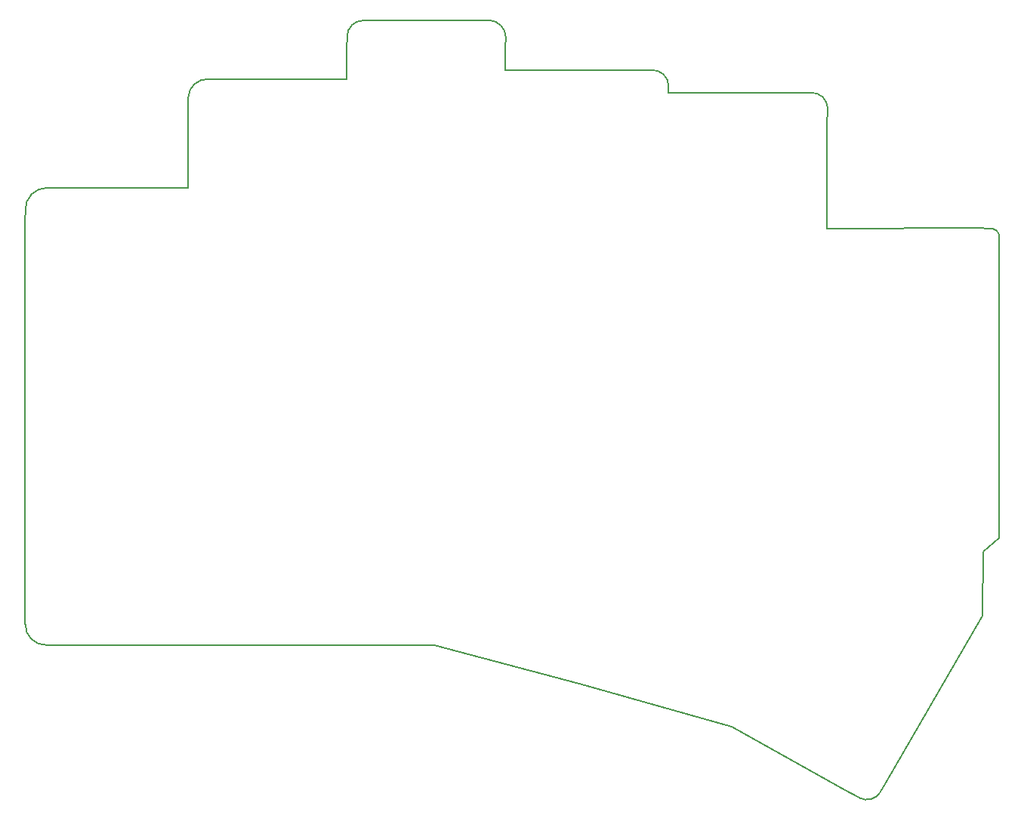
<source format=gm1>
G04 #@! TF.GenerationSoftware,KiCad,Pcbnew,(5.1.12-1-10_14)*
G04 #@! TF.CreationDate,2021-11-11T12:16:40-05:00*
G04 #@! TF.ProjectId,ferris-sweep-compact,66657272-6973-42d7-9377-6565702d636f,0.1*
G04 #@! TF.SameCoordinates,Original*
G04 #@! TF.FileFunction,Profile,NP*
%FSLAX46Y46*%
G04 Gerber Fmt 4.6, Leading zero omitted, Abs format (unit mm)*
G04 Created by KiCad (PCBNEW (5.1.12-1-10_14)) date 2021-11-11 12:16:40*
%MOMM*%
%LPD*%
G01*
G04 APERTURE LIST*
G04 #@! TA.AperFunction,Profile*
%ADD10C,0.150000*%
G04 #@! TD*
G04 APERTURE END LIST*
D10*
X123164600Y-23368000D02*
X122148600Y-23368000D01*
X125005479Y-25086368D02*
X124968000Y-27203400D01*
X142417800Y-74828400D02*
X142392400Y-82092800D01*
X142417800Y-74828400D02*
X144272000Y-73304400D01*
X35026600Y-37693600D02*
X35054813Y-36594183D01*
X97129600Y-89662000D02*
X80899000Y-85369400D01*
X35026600Y-80899000D02*
X35052000Y-82956400D01*
X37469376Y-85342826D02*
X39065200Y-85344000D01*
X37469376Y-85342827D02*
G75*
G02*
X35052000Y-82956400I-105976J2310227D01*
G01*
X37515800Y-34036000D02*
X38862000Y-34036000D01*
X35054814Y-36594183D02*
G75*
G02*
X37515800Y-34036000I2435587J119784D01*
G01*
X55600600Y-21844000D02*
X57962800Y-21844000D01*
X53340000Y-25527000D02*
X53312529Y-23918251D01*
X53312529Y-23918251D02*
G75*
G02*
X55600600Y-21844000I2161070J-84748D01*
G01*
X71120493Y-17044786D02*
X71094600Y-18491200D01*
X72974200Y-15265400D02*
X75006200Y-15240000D01*
X71120494Y-17044786D02*
G75*
G02*
X72974200Y-15265400I1828307J-49413D01*
G01*
X85140800Y-15240000D02*
X87045800Y-15240000D01*
X88900000Y-18186400D02*
X88922598Y-17169656D01*
X87045800Y-15240000D02*
G75*
G02*
X88922598Y-17169656I-53602J-1929656D01*
G01*
X103733600Y-20828000D02*
X105206800Y-20828000D01*
X107188000Y-23368000D02*
X107187471Y-22650483D01*
X105206800Y-20828000D02*
G75*
G02*
X107187471Y-22650483I151872J-1822482D01*
G01*
X123164600Y-23368000D02*
G75*
G02*
X125005479Y-25086368I72160J-1767942D01*
G01*
X142036800Y-38582600D02*
X143165039Y-38600668D01*
X144272000Y-40436800D02*
X144272000Y-39471600D01*
X143165039Y-38600669D02*
G75*
G02*
X144272000Y-39471600I90962J-1023330D01*
G01*
X128549400Y-102489000D02*
X127000000Y-101600000D01*
X131445000Y-100939600D02*
X130933006Y-101824182D01*
X130933006Y-101824182D02*
G75*
G02*
X128549400Y-102489000I-1545406J935382D01*
G01*
X53340000Y-34036000D02*
X38862000Y-34036000D01*
X53340000Y-25527000D02*
X53340000Y-34036000D01*
X35026600Y-37693600D02*
X35026600Y-80899000D01*
X71120000Y-21844000D02*
X57962800Y-21844000D01*
X71094600Y-18491200D02*
X71120000Y-21844000D01*
X85140800Y-15240000D02*
X75006200Y-15240000D01*
X88900000Y-20828000D02*
X88900000Y-18186400D01*
X103733600Y-20828000D02*
X88900000Y-20828000D01*
X122148600Y-23368000D02*
X107188000Y-23368000D01*
X124968000Y-38608000D02*
X124968000Y-27203400D01*
X142036800Y-38582600D02*
X124968000Y-38608000D01*
X144272000Y-73304400D02*
X144272000Y-40436800D01*
X131445000Y-100939600D02*
X142392400Y-82092800D01*
X114300000Y-94488000D02*
X127000000Y-101600000D01*
X97129600Y-89662000D02*
X114300000Y-94488000D01*
X39065200Y-85344000D02*
X80899000Y-85369400D01*
M02*

</source>
